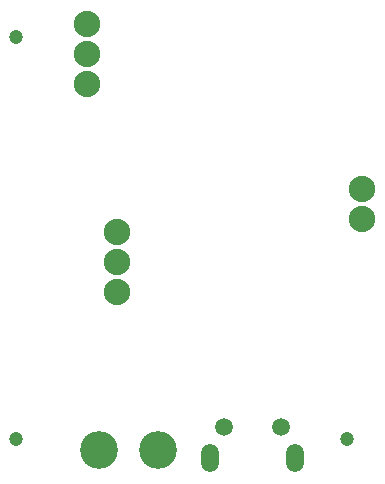
<source format=gbs>
G04*
G04 #@! TF.GenerationSoftware,Altium Limited,CircuitStudio,1.5.2 (30)*
G04*
G04 Layer_Color=9406343*
%FSLAX25Y25*%
%MOIN*%
G70*
G01*
G75*
%ADD90C,0.08832*%
%ADD91C,0.12611*%
%ADD93O,0.05918X0.09461*%
%ADD94C,0.05918*%
%ADD95C,0.04737*%
D90*
X131142Y99016D02*
D03*
Y89016D02*
D03*
X49213Y84646D02*
D03*
Y74646D02*
D03*
Y64646D02*
D03*
X39370Y133858D02*
D03*
Y143858D02*
D03*
Y153858D02*
D03*
D91*
X62992Y11811D02*
D03*
X43307D02*
D03*
D93*
X80315Y9205D02*
D03*
X108661D02*
D03*
D94*
X84941Y19716D02*
D03*
X104035D02*
D03*
D95*
X15748Y15748D02*
D03*
X125984D02*
D03*
X15748Y149606D02*
D03*
M02*

</source>
